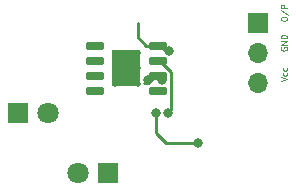
<source format=gbr>
%TF.GenerationSoftware,KiCad,Pcbnew,7.0.7*%
%TF.CreationDate,2023-08-26T23:34:29+05:30*%
%TF.ProjectId,ir_project,69725f70-726f-46a6-9563-742e6b696361,rev?*%
%TF.SameCoordinates,Original*%
%TF.FileFunction,Copper,L2,Bot*%
%TF.FilePolarity,Positive*%
%FSLAX46Y46*%
G04 Gerber Fmt 4.6, Leading zero omitted, Abs format (unit mm)*
G04 Created by KiCad (PCBNEW 7.0.7) date 2023-08-26 23:34:29*
%MOMM*%
%LPD*%
G01*
G04 APERTURE LIST*
G04 Aperture macros list*
%AMRoundRect*
0 Rectangle with rounded corners*
0 $1 Rounding radius*
0 $2 $3 $4 $5 $6 $7 $8 $9 X,Y pos of 4 corners*
0 Add a 4 corners polygon primitive as box body*
4,1,4,$2,$3,$4,$5,$6,$7,$8,$9,$2,$3,0*
0 Add four circle primitives for the rounded corners*
1,1,$1+$1,$2,$3*
1,1,$1+$1,$4,$5*
1,1,$1+$1,$6,$7*
1,1,$1+$1,$8,$9*
0 Add four rect primitives between the rounded corners*
20,1,$1+$1,$2,$3,$4,$5,0*
20,1,$1+$1,$4,$5,$6,$7,0*
20,1,$1+$1,$6,$7,$8,$9,0*
20,1,$1+$1,$8,$9,$2,$3,0*%
G04 Aperture macros list end*
%ADD10C,0.125000*%
%TA.AperFunction,NonConductor*%
%ADD11C,0.125000*%
%TD*%
%TA.AperFunction,SMDPad,CuDef*%
%ADD12R,2.410000X3.100000*%
%TD*%
%TA.AperFunction,ComponentPad*%
%ADD13C,0.500000*%
%TD*%
%TA.AperFunction,SMDPad,CuDef*%
%ADD14RoundRect,0.150000X0.650000X0.150000X-0.650000X0.150000X-0.650000X-0.150000X0.650000X-0.150000X0*%
%TD*%
%TA.AperFunction,ComponentPad*%
%ADD15R,1.700000X1.700000*%
%TD*%
%TA.AperFunction,ComponentPad*%
%ADD16O,1.700000X1.700000*%
%TD*%
%TA.AperFunction,ComponentPad*%
%ADD17R,1.800000X1.800000*%
%TD*%
%TA.AperFunction,ComponentPad*%
%ADD18C,1.800000*%
%TD*%
%TA.AperFunction,ViaPad*%
%ADD19C,0.800000*%
%TD*%
%TA.AperFunction,Conductor*%
%ADD20C,0.250000*%
%TD*%
G04 APERTURE END LIST*
D10*
D11*
X167072309Y-81150144D02*
X167572309Y-80983478D01*
X167572309Y-80983478D02*
X167072309Y-80816811D01*
X167548500Y-80435859D02*
X167572309Y-80483478D01*
X167572309Y-80483478D02*
X167572309Y-80578716D01*
X167572309Y-80578716D02*
X167548500Y-80626335D01*
X167548500Y-80626335D02*
X167524690Y-80650145D01*
X167524690Y-80650145D02*
X167477071Y-80673954D01*
X167477071Y-80673954D02*
X167334214Y-80673954D01*
X167334214Y-80673954D02*
X167286595Y-80650145D01*
X167286595Y-80650145D02*
X167262785Y-80626335D01*
X167262785Y-80626335D02*
X167238976Y-80578716D01*
X167238976Y-80578716D02*
X167238976Y-80483478D01*
X167238976Y-80483478D02*
X167262785Y-80435859D01*
X167548500Y-80007288D02*
X167572309Y-80054907D01*
X167572309Y-80054907D02*
X167572309Y-80150145D01*
X167572309Y-80150145D02*
X167548500Y-80197764D01*
X167548500Y-80197764D02*
X167524690Y-80221574D01*
X167524690Y-80221574D02*
X167477071Y-80245383D01*
X167477071Y-80245383D02*
X167334214Y-80245383D01*
X167334214Y-80245383D02*
X167286595Y-80221574D01*
X167286595Y-80221574D02*
X167262785Y-80197764D01*
X167262785Y-80197764D02*
X167238976Y-80150145D01*
X167238976Y-80150145D02*
X167238976Y-80054907D01*
X167238976Y-80054907D02*
X167262785Y-80007288D01*
D10*
D11*
X167096119Y-78276811D02*
X167072309Y-78324430D01*
X167072309Y-78324430D02*
X167072309Y-78395859D01*
X167072309Y-78395859D02*
X167096119Y-78467287D01*
X167096119Y-78467287D02*
X167143738Y-78514906D01*
X167143738Y-78514906D02*
X167191357Y-78538716D01*
X167191357Y-78538716D02*
X167286595Y-78562525D01*
X167286595Y-78562525D02*
X167358023Y-78562525D01*
X167358023Y-78562525D02*
X167453261Y-78538716D01*
X167453261Y-78538716D02*
X167500880Y-78514906D01*
X167500880Y-78514906D02*
X167548500Y-78467287D01*
X167548500Y-78467287D02*
X167572309Y-78395859D01*
X167572309Y-78395859D02*
X167572309Y-78348240D01*
X167572309Y-78348240D02*
X167548500Y-78276811D01*
X167548500Y-78276811D02*
X167524690Y-78253002D01*
X167524690Y-78253002D02*
X167358023Y-78253002D01*
X167358023Y-78253002D02*
X167358023Y-78348240D01*
X167572309Y-78038716D02*
X167072309Y-78038716D01*
X167072309Y-78038716D02*
X167572309Y-77753002D01*
X167572309Y-77753002D02*
X167072309Y-77753002D01*
X167572309Y-77514906D02*
X167072309Y-77514906D01*
X167072309Y-77514906D02*
X167072309Y-77395858D01*
X167072309Y-77395858D02*
X167096119Y-77324430D01*
X167096119Y-77324430D02*
X167143738Y-77276811D01*
X167143738Y-77276811D02*
X167191357Y-77253001D01*
X167191357Y-77253001D02*
X167286595Y-77229192D01*
X167286595Y-77229192D02*
X167358023Y-77229192D01*
X167358023Y-77229192D02*
X167453261Y-77253001D01*
X167453261Y-77253001D02*
X167500880Y-77276811D01*
X167500880Y-77276811D02*
X167548500Y-77324430D01*
X167548500Y-77324430D02*
X167572309Y-77395858D01*
X167572309Y-77395858D02*
X167572309Y-77514906D01*
D10*
D11*
X167072309Y-75903478D02*
X167072309Y-75808240D01*
X167072309Y-75808240D02*
X167096119Y-75760621D01*
X167096119Y-75760621D02*
X167143738Y-75713002D01*
X167143738Y-75713002D02*
X167238976Y-75689192D01*
X167238976Y-75689192D02*
X167405642Y-75689192D01*
X167405642Y-75689192D02*
X167500880Y-75713002D01*
X167500880Y-75713002D02*
X167548500Y-75760621D01*
X167548500Y-75760621D02*
X167572309Y-75808240D01*
X167572309Y-75808240D02*
X167572309Y-75903478D01*
X167572309Y-75903478D02*
X167548500Y-75951097D01*
X167548500Y-75951097D02*
X167500880Y-75998716D01*
X167500880Y-75998716D02*
X167405642Y-76022525D01*
X167405642Y-76022525D02*
X167238976Y-76022525D01*
X167238976Y-76022525D02*
X167143738Y-75998716D01*
X167143738Y-75998716D02*
X167096119Y-75951097D01*
X167096119Y-75951097D02*
X167072309Y-75903478D01*
X167048500Y-75117763D02*
X167691357Y-75546334D01*
X167572309Y-74951096D02*
X167072309Y-74951096D01*
X167072309Y-74951096D02*
X167072309Y-74760620D01*
X167072309Y-74760620D02*
X167096119Y-74713001D01*
X167096119Y-74713001D02*
X167119928Y-74689191D01*
X167119928Y-74689191D02*
X167167547Y-74665382D01*
X167167547Y-74665382D02*
X167238976Y-74665382D01*
X167238976Y-74665382D02*
X167286595Y-74689191D01*
X167286595Y-74689191D02*
X167310404Y-74713001D01*
X167310404Y-74713001D02*
X167334214Y-74760620D01*
X167334214Y-74760620D02*
X167334214Y-74951096D01*
D12*
%TO.P,U1,9*%
%TO.N,N/C*%
X153985000Y-80040000D03*
D13*
X154940000Y-81340000D03*
X154940000Y-78740000D03*
X154940000Y-80040000D03*
X153030000Y-81340000D03*
X153030000Y-80040000D03*
X153030000Y-78740000D03*
D14*
%TO.P,U1,8*%
X151335000Y-78135000D03*
%TO.P,U1,7*%
X151335000Y-79405000D03*
%TO.P,U1,6*%
X151335000Y-80675000D03*
%TO.P,U1,5*%
X151335000Y-81945000D03*
%TO.P,U1,4*%
X156635000Y-81945000D03*
%TO.P,U1,3,+*%
%TO.N,Net-(D1-A)*%
X156635000Y-80675000D03*
%TO.P,U1,2,-*%
%TO.N,Net-(U1A--)*%
X156635000Y-79405000D03*
%TO.P,U1,1*%
%TO.N,Net-(R3-Pad1)*%
X156635000Y-78135000D03*
%TD*%
D15*
%TO.P,J1,1,Pin_1*%
%TO.N,/O{slash}P*%
X165100000Y-76200000D03*
D16*
%TO.P,J1,2,Pin_2*%
%TO.N,GND*%
X165100000Y-78740000D03*
%TO.P,J1,3,Pin_3*%
%TO.N,+5V*%
X165100000Y-81280000D03*
%TD*%
D17*
%TO.P,D2,1,K*%
%TO.N,Net-(D2-K)*%
X152400000Y-88900000D03*
D18*
%TO.P,D2,2,A*%
%TO.N,+5V*%
X149860000Y-88900000D03*
%TD*%
D17*
%TO.P,D1,1,K*%
%TO.N,+5V*%
X144780000Y-83820000D03*
D18*
%TO.P,D1,2,A*%
%TO.N,Net-(D1-A)*%
X147320000Y-83820000D03*
%TD*%
D19*
%TO.N,GND*%
X160020000Y-86360000D03*
X156480497Y-83820000D03*
%TO.N,Net-(D1-A)*%
X157035500Y-81045500D03*
%TO.N,Net-(U1A--)*%
X157480000Y-83820000D03*
%TO.N,Net-(D1-A)*%
X155789241Y-81071516D03*
%TO.N,Net-(R3-Pad1)*%
X157550403Y-78554063D03*
%TD*%
D20*
%TO.N,Net-(R3-Pad1)*%
X154940000Y-77423845D02*
X154940000Y-76200000D01*
X155651155Y-78135000D02*
X154940000Y-77423845D01*
X156635000Y-78135000D02*
X155651155Y-78135000D01*
%TO.N,GND*%
X156480497Y-85487810D02*
X157352687Y-86360000D01*
X156480497Y-83820000D02*
X156480497Y-85487810D01*
X157352687Y-86360000D02*
X160020000Y-86360000D01*
%TO.N,Net-(D1-A)*%
X156665000Y-80675000D02*
X157035500Y-81045500D01*
X156635000Y-80675000D02*
X156665000Y-80675000D01*
%TO.N,Net-(U1A--)*%
X157760000Y-80328249D02*
X157760000Y-83540000D01*
X156836751Y-79405000D02*
X157760000Y-80328249D01*
X156635000Y-79405000D02*
X156836751Y-79405000D01*
%TO.N,Net-(D1-A)*%
X155580757Y-81280000D02*
X155789241Y-81071516D01*
X155515000Y-81280000D02*
X155580757Y-81280000D01*
X155828249Y-81280000D02*
X155515000Y-81280000D01*
X156433249Y-80675000D02*
X155828249Y-81280000D01*
X156635000Y-80675000D02*
X156433249Y-80675000D01*
%TO.N,Net-(R3-Pad1)*%
X157550403Y-78669597D02*
X157550403Y-78554063D01*
X157480000Y-78740000D02*
X157550403Y-78669597D01*
X156875000Y-78135000D02*
X157480000Y-78740000D01*
X156635000Y-78135000D02*
X156875000Y-78135000D01*
%TD*%
M02*

</source>
